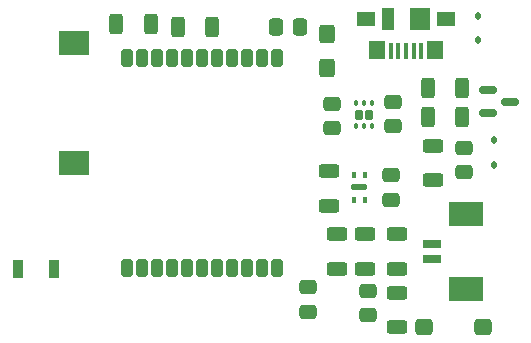
<source format=gtp>
%TF.GenerationSoftware,KiCad,Pcbnew,8.0.2*%
%TF.CreationDate,2024-06-28T10:12:45+02:00*%
%TF.ProjectId,LoraSensor,4c6f7261-5365-46e7-936f-722e6b696361,rev?*%
%TF.SameCoordinates,Original*%
%TF.FileFunction,Paste,Top*%
%TF.FilePolarity,Positive*%
%FSLAX46Y46*%
G04 Gerber Fmt 4.6, Leading zero omitted, Abs format (unit mm)*
G04 Created by KiCad (PCBNEW 8.0.2) date 2024-06-28 10:12:45*
%MOMM*%
%LPD*%
G01*
G04 APERTURE LIST*
G04 Aperture macros list*
%AMRoundRect*
0 Rectangle with rounded corners*
0 $1 Rounding radius*
0 $2 $3 $4 $5 $6 $7 $8 $9 X,Y pos of 4 corners*
0 Add a 4 corners polygon primitive as box body*
4,1,4,$2,$3,$4,$5,$6,$7,$8,$9,$2,$3,0*
0 Add four circle primitives for the rounded corners*
1,1,$1+$1,$2,$3*
1,1,$1+$1,$4,$5*
1,1,$1+$1,$6,$7*
1,1,$1+$1,$8,$9*
0 Add four rect primitives between the rounded corners*
20,1,$1+$1,$2,$3,$4,$5,0*
20,1,$1+$1,$4,$5,$6,$7,0*
20,1,$1+$1,$6,$7,$8,$9,0*
20,1,$1+$1,$8,$9,$2,$3,0*%
G04 Aperture macros list end*
%ADD10RoundRect,0.250000X0.312500X0.625000X-0.312500X0.625000X-0.312500X-0.625000X0.312500X-0.625000X0*%
%ADD11RoundRect,0.250000X0.625000X-0.312500X0.625000X0.312500X-0.625000X0.312500X-0.625000X-0.312500X0*%
%ADD12RoundRect,0.250000X0.475000X-0.337500X0.475000X0.337500X-0.475000X0.337500X-0.475000X-0.337500X0*%
%ADD13RoundRect,0.250000X0.250000X0.500000X-0.250000X0.500000X-0.250000X-0.500000X0.250000X-0.500000X0*%
%ADD14RoundRect,0.250000X-0.425000X0.537500X-0.425000X-0.537500X0.425000X-0.537500X0.425000X0.537500X0*%
%ADD15RoundRect,0.250000X-0.312500X-0.625000X0.312500X-0.625000X0.312500X0.625000X-0.312500X0.625000X0*%
%ADD16RoundRect,0.172500X0.172500X-0.262500X0.172500X0.262500X-0.172500X0.262500X-0.172500X-0.262500X0*%
%ADD17RoundRect,0.075000X0.075000X-0.150000X0.075000X0.150000X-0.075000X0.150000X-0.075000X-0.150000X0*%
%ADD18RoundRect,0.250000X-0.625000X0.312500X-0.625000X-0.312500X0.625000X-0.312500X0.625000X0.312500X0*%
%ADD19RoundRect,0.112500X0.112500X-0.187500X0.112500X0.187500X-0.112500X0.187500X-0.112500X-0.187500X0*%
%ADD20R,0.450000X1.380000*%
%ADD21R,1.650000X1.300000*%
%ADD22R,1.425000X1.550000*%
%ADD23R,1.800000X1.900000*%
%ADD24R,1.000000X1.900000*%
%ADD25R,3.000000X2.100000*%
%ADD26R,1.600000X0.800000*%
%ADD27RoundRect,0.250000X-0.475000X0.337500X-0.475000X-0.337500X0.475000X-0.337500X0.475000X0.337500X0*%
%ADD28R,0.863600X1.600200*%
%ADD29RoundRect,0.349250X-0.412750X-0.349250X0.412750X-0.349250X0.412750X0.349250X-0.412750X0.349250X0*%
%ADD30R,2.500000X2.000000*%
%ADD31RoundRect,0.250000X0.337500X0.475000X-0.337500X0.475000X-0.337500X-0.475000X0.337500X-0.475000X0*%
%ADD32RoundRect,0.087500X-0.087500X0.187500X-0.087500X-0.187500X0.087500X-0.187500X0.087500X0.187500X0*%
%ADD33RoundRect,0.125000X-0.575000X0.125000X-0.575000X-0.125000X0.575000X-0.125000X0.575000X0.125000X0*%
%ADD34RoundRect,0.087500X0.087500X-0.187500X0.087500X0.187500X-0.087500X0.187500X-0.087500X-0.187500X0*%
%ADD35RoundRect,0.150000X-0.587500X-0.150000X0.587500X-0.150000X0.587500X0.150000X-0.587500X0.150000X0*%
G04 APERTURE END LIST*
D10*
%TO.C,R10*%
X158485300Y-61595000D03*
X155560300Y-61595000D03*
%TD*%
D11*
%TO.C,R3*%
X176657000Y-82361500D03*
X176657000Y-79436500D03*
%TD*%
D12*
%TO.C,C8*%
X176860200Y-86279900D03*
X176860200Y-84204900D03*
%TD*%
D13*
%TO.C,U3*%
X169189400Y-82270600D03*
X167919400Y-82270600D03*
X166649400Y-82270600D03*
X165379400Y-82270600D03*
X164109400Y-82270600D03*
X162839400Y-82270600D03*
X161569400Y-82270600D03*
X160299400Y-82270600D03*
X159029400Y-82270600D03*
X157759400Y-82270600D03*
X156489400Y-82270600D03*
X169189400Y-64490600D03*
X167919400Y-64490600D03*
X166649400Y-64490600D03*
X165379400Y-64490600D03*
X164109400Y-64490600D03*
X162839400Y-64490600D03*
X161569400Y-64490600D03*
X160299400Y-64490600D03*
X159029400Y-64490600D03*
X157759400Y-64490600D03*
X156489400Y-64490600D03*
%TD*%
D14*
%TO.C,C3*%
X173405800Y-62443500D03*
X173405800Y-65318500D03*
%TD*%
D15*
%TO.C,R7*%
X181925500Y-67056000D03*
X184850500Y-67056000D03*
%TD*%
D16*
%TO.C,U1*%
X176145000Y-69301000D03*
X176945000Y-69301000D03*
D17*
X175895000Y-70276000D03*
X176545000Y-70276000D03*
X177195000Y-70276000D03*
X177195000Y-68326000D03*
X176545000Y-68326000D03*
X175895000Y-68326000D03*
%TD*%
D15*
%TO.C,R8*%
X160767300Y-61849000D03*
X163692300Y-61849000D03*
%TD*%
D11*
%TO.C,R6*%
X182372000Y-74868500D03*
X182372000Y-71943500D03*
%TD*%
D18*
%TO.C,R4*%
X173609000Y-74102500D03*
X173609000Y-77027500D03*
%TD*%
D19*
%TO.C,D1*%
X186182000Y-63026000D03*
X186182000Y-60926000D03*
%TD*%
D18*
%TO.C,R1*%
X179324000Y-79436500D03*
X179324000Y-82361500D03*
%TD*%
D20*
%TO.C,J2*%
X181386000Y-63883600D03*
X180736000Y-63883600D03*
X180086000Y-63883600D03*
X179436000Y-63883600D03*
X178786000Y-63883600D03*
D21*
X183461000Y-61223600D03*
D22*
X182573500Y-63798600D03*
D23*
X181236000Y-61223600D03*
D24*
X178536000Y-61223600D03*
D22*
X177598500Y-63798600D03*
D21*
X176711000Y-61223600D03*
%TD*%
D25*
%TO.C,J1*%
X185185000Y-77698600D03*
X185185000Y-84048600D03*
D26*
X182285000Y-81498600D03*
X182285000Y-80248600D03*
%TD*%
D27*
%TO.C,C7*%
X178812750Y-74436500D03*
X178812750Y-76511500D03*
%TD*%
D28*
%TO.C,AE1*%
X150266201Y-82397600D03*
X147218599Y-82397600D03*
%TD*%
D15*
%TO.C,R5*%
X181925500Y-69469000D03*
X184850500Y-69469000D03*
%TD*%
D12*
%TO.C,C5*%
X185039000Y-74189500D03*
X185039000Y-72114500D03*
%TD*%
D19*
%TO.C,D2*%
X187579000Y-73567000D03*
X187579000Y-71467000D03*
%TD*%
D29*
%TO.C,SW1*%
X181610000Y-87249000D03*
X186610000Y-87249000D03*
%TD*%
D11*
%TO.C,R9*%
X174244000Y-82361500D03*
X174244000Y-79436500D03*
%TD*%
D27*
%TO.C,C1*%
X173859000Y-68390500D03*
X173859000Y-70465500D03*
%TD*%
D11*
%TO.C,R2*%
X179324000Y-87314500D03*
X179324000Y-84389500D03*
%TD*%
D30*
%TO.C,AE2*%
X151978000Y-73400600D03*
X151978000Y-63200600D03*
%TD*%
D12*
%TO.C,C2*%
X178973000Y-70281501D03*
X178973000Y-68206501D03*
%TD*%
D31*
%TO.C,C4*%
X171141300Y-61849000D03*
X169066300Y-61849000D03*
%TD*%
D32*
%TO.C,U2*%
X176645750Y-74449000D03*
X175645750Y-74449000D03*
D33*
X176145750Y-75474000D03*
D34*
X176645750Y-76499000D03*
X175645750Y-76499000D03*
%TD*%
D12*
%TO.C,C6*%
X171831000Y-86000500D03*
X171831000Y-83925500D03*
%TD*%
D35*
%TO.C,Q1*%
X187022500Y-67249000D03*
X187022500Y-69149000D03*
X188897500Y-68199000D03*
%TD*%
M02*

</source>
